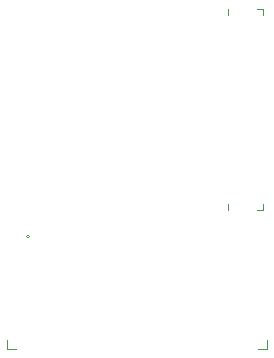
<source format=gto>
G04*
G04 #@! TF.GenerationSoftware,Altium Limited,Altium Designer,18.0.12 (696)*
G04*
G04 Layer_Color=65535*
%FSLAX25Y25*%
%MOIN*%
G70*
G01*
G75*
%ADD10C,0.00394*%
D10*
X112327Y252547D02*
G03*
X112327Y252547I-492J0D01*
G01*
X191559Y215146D02*
Y218098D01*
X188606Y215146D02*
X191559D01*
X104945D02*
X107898D01*
X104945D02*
Y218098D01*
X190342Y261535D02*
Y263504D01*
X188374Y261535D02*
X190342D01*
X178532D02*
Y263504D01*
Y326496D02*
Y328465D01*
X188374D02*
X190342D01*
Y326496D02*
Y328465D01*
M02*

</source>
